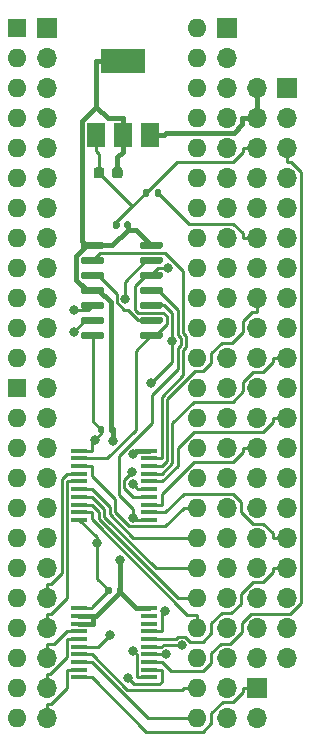
<source format=gbr>
%TF.GenerationSoftware,KiCad,Pcbnew,(5.1.8)-1*%
%TF.CreationDate,2021-02-07T10:27:01+01:00*%
%TF.ProjectId,deniseadapter,64656e69-7365-4616-9461-707465722e6b,rev?*%
%TF.SameCoordinates,Original*%
%TF.FileFunction,Copper,L1,Top*%
%TF.FilePolarity,Positive*%
%FSLAX46Y46*%
G04 Gerber Fmt 4.6, Leading zero omitted, Abs format (unit mm)*
G04 Created by KiCad (PCBNEW (5.1.8)-1) date 2021-02-07 10:27:01*
%MOMM*%
%LPD*%
G01*
G04 APERTURE LIST*
%TA.AperFunction,SMDPad,CuDef*%
%ADD10R,1.500000X2.000000*%
%TD*%
%TA.AperFunction,SMDPad,CuDef*%
%ADD11R,3.800000X2.000000*%
%TD*%
%TA.AperFunction,ComponentPad*%
%ADD12R,1.700000X1.700000*%
%TD*%
%TA.AperFunction,ComponentPad*%
%ADD13O,1.700000X1.700000*%
%TD*%
%TA.AperFunction,SMDPad,CuDef*%
%ADD14R,1.450000X0.450000*%
%TD*%
%TA.AperFunction,ComponentPad*%
%ADD15R,1.600000X1.600000*%
%TD*%
%TA.AperFunction,ComponentPad*%
%ADD16O,1.600000X1.600000*%
%TD*%
%TA.AperFunction,ViaPad*%
%ADD17C,0.800000*%
%TD*%
%TA.AperFunction,Conductor*%
%ADD18C,0.250000*%
%TD*%
%TA.AperFunction,Conductor*%
%ADD19C,0.400000*%
%TD*%
G04 APERTURE END LIST*
%TO.P,U1,14*%
%TO.N,+3V3*%
%TA.AperFunction,SMDPad,CuDef*%
G36*
G01*
X127230000Y-79525000D02*
X127230000Y-79225000D01*
G75*
G02*
X127380000Y-79075000I150000J0D01*
G01*
X129030000Y-79075000D01*
G75*
G02*
X129180000Y-79225000I0J-150000D01*
G01*
X129180000Y-79525000D01*
G75*
G02*
X129030000Y-79675000I-150000J0D01*
G01*
X127380000Y-79675000D01*
G75*
G02*
X127230000Y-79525000I0J150000D01*
G01*
G37*
%TD.AperFunction*%
%TO.P,U1,13*%
%TO.N,Net-(JP1-Pad2)*%
%TA.AperFunction,SMDPad,CuDef*%
G36*
G01*
X127230000Y-80795000D02*
X127230000Y-80495000D01*
G75*
G02*
X127380000Y-80345000I150000J0D01*
G01*
X129030000Y-80345000D01*
G75*
G02*
X129180000Y-80495000I0J-150000D01*
G01*
X129180000Y-80795000D01*
G75*
G02*
X129030000Y-80945000I-150000J0D01*
G01*
X127380000Y-80945000D01*
G75*
G02*
X127230000Y-80795000I0J150000D01*
G01*
G37*
%TD.AperFunction*%
%TO.P,U1,12*%
%TO.N,/PiCLK*%
%TA.AperFunction,SMDPad,CuDef*%
G36*
G01*
X127230000Y-82065000D02*
X127230000Y-81765000D01*
G75*
G02*
X127380000Y-81615000I150000J0D01*
G01*
X129030000Y-81615000D01*
G75*
G02*
X129180000Y-81765000I0J-150000D01*
G01*
X129180000Y-82065000D01*
G75*
G02*
X129030000Y-82215000I-150000J0D01*
G01*
X127380000Y-82215000D01*
G75*
G02*
X127230000Y-82065000I0J150000D01*
G01*
G37*
%TD.AperFunction*%
%TO.P,U1,11*%
%TO.N,Net-(U1-Pad11)*%
%TA.AperFunction,SMDPad,CuDef*%
G36*
G01*
X127230000Y-83335000D02*
X127230000Y-83035000D01*
G75*
G02*
X127380000Y-82885000I150000J0D01*
G01*
X129030000Y-82885000D01*
G75*
G02*
X129180000Y-83035000I0J-150000D01*
G01*
X129180000Y-83335000D01*
G75*
G02*
X129030000Y-83485000I-150000J0D01*
G01*
X127380000Y-83485000D01*
G75*
G02*
X127230000Y-83335000I0J150000D01*
G01*
G37*
%TD.AperFunction*%
%TO.P,U1,10*%
%TO.N,GND*%
%TA.AperFunction,SMDPad,CuDef*%
G36*
G01*
X127230000Y-84605000D02*
X127230000Y-84305000D01*
G75*
G02*
X127380000Y-84155000I150000J0D01*
G01*
X129030000Y-84155000D01*
G75*
G02*
X129180000Y-84305000I0J-150000D01*
G01*
X129180000Y-84605000D01*
G75*
G02*
X129030000Y-84755000I-150000J0D01*
G01*
X127380000Y-84755000D01*
G75*
G02*
X127230000Y-84605000I0J150000D01*
G01*
G37*
%TD.AperFunction*%
%TO.P,U1,9*%
%TO.N,Net-(U1-Pad3)*%
%TA.AperFunction,SMDPad,CuDef*%
G36*
G01*
X127230000Y-85875000D02*
X127230000Y-85575000D01*
G75*
G02*
X127380000Y-85425000I150000J0D01*
G01*
X129030000Y-85425000D01*
G75*
G02*
X129180000Y-85575000I0J-150000D01*
G01*
X129180000Y-85875000D01*
G75*
G02*
X129030000Y-86025000I-150000J0D01*
G01*
X127380000Y-86025000D01*
G75*
G02*
X127230000Y-85875000I0J150000D01*
G01*
G37*
%TD.AperFunction*%
%TO.P,U1,8*%
%TO.N,/PiCLK*%
%TA.AperFunction,SMDPad,CuDef*%
G36*
G01*
X127230000Y-87145000D02*
X127230000Y-86845000D01*
G75*
G02*
X127380000Y-86695000I150000J0D01*
G01*
X129030000Y-86695000D01*
G75*
G02*
X129180000Y-86845000I0J-150000D01*
G01*
X129180000Y-87145000D01*
G75*
G02*
X129030000Y-87295000I-150000J0D01*
G01*
X127380000Y-87295000D01*
G75*
G02*
X127230000Y-87145000I0J150000D01*
G01*
G37*
%TD.AperFunction*%
%TO.P,U1,7*%
%TO.N,GND*%
%TA.AperFunction,SMDPad,CuDef*%
G36*
G01*
X122280000Y-87145000D02*
X122280000Y-86845000D01*
G75*
G02*
X122430000Y-86695000I150000J0D01*
G01*
X124080000Y-86695000D01*
G75*
G02*
X124230000Y-86845000I0J-150000D01*
G01*
X124230000Y-87145000D01*
G75*
G02*
X124080000Y-87295000I-150000J0D01*
G01*
X122430000Y-87295000D01*
G75*
G02*
X122280000Y-87145000I0J150000D01*
G01*
G37*
%TD.AperFunction*%
%TO.P,U1,6*%
%TO.N,Net-(JP1-Pad3)*%
%TA.AperFunction,SMDPad,CuDef*%
G36*
G01*
X122280000Y-85875000D02*
X122280000Y-85575000D01*
G75*
G02*
X122430000Y-85425000I150000J0D01*
G01*
X124080000Y-85425000D01*
G75*
G02*
X124230000Y-85575000I0J-150000D01*
G01*
X124230000Y-85875000D01*
G75*
G02*
X124080000Y-86025000I-150000J0D01*
G01*
X122430000Y-86025000D01*
G75*
G02*
X122280000Y-85875000I0J150000D01*
G01*
G37*
%TD.AperFunction*%
%TO.P,U1,5*%
%TO.N,/7MHZ*%
%TA.AperFunction,SMDPad,CuDef*%
G36*
G01*
X122280000Y-84605000D02*
X122280000Y-84305000D01*
G75*
G02*
X122430000Y-84155000I150000J0D01*
G01*
X124080000Y-84155000D01*
G75*
G02*
X124230000Y-84305000I0J-150000D01*
G01*
X124230000Y-84605000D01*
G75*
G02*
X124080000Y-84755000I-150000J0D01*
G01*
X122430000Y-84755000D01*
G75*
G02*
X122280000Y-84605000I0J150000D01*
G01*
G37*
%TD.AperFunction*%
%TO.P,U1,4*%
%TO.N,+3V3*%
%TA.AperFunction,SMDPad,CuDef*%
G36*
G01*
X122280000Y-83335000D02*
X122280000Y-83035000D01*
G75*
G02*
X122430000Y-82885000I150000J0D01*
G01*
X124080000Y-82885000D01*
G75*
G02*
X124230000Y-83035000I0J-150000D01*
G01*
X124230000Y-83335000D01*
G75*
G02*
X124080000Y-83485000I-150000J0D01*
G01*
X122430000Y-83485000D01*
G75*
G02*
X122280000Y-83335000I0J150000D01*
G01*
G37*
%TD.AperFunction*%
%TO.P,U1,3*%
%TO.N,Net-(U1-Pad3)*%
%TA.AperFunction,SMDPad,CuDef*%
G36*
G01*
X122280000Y-82065000D02*
X122280000Y-81765000D01*
G75*
G02*
X122430000Y-81615000I150000J0D01*
G01*
X124080000Y-81615000D01*
G75*
G02*
X124230000Y-81765000I0J-150000D01*
G01*
X124230000Y-82065000D01*
G75*
G02*
X124080000Y-82215000I-150000J0D01*
G01*
X122430000Y-82215000D01*
G75*
G02*
X122280000Y-82065000I0J150000D01*
G01*
G37*
%TD.AperFunction*%
%TO.P,U1,2*%
%TO.N,Net-(U1-Pad2)*%
%TA.AperFunction,SMDPad,CuDef*%
G36*
G01*
X122280000Y-80795000D02*
X122280000Y-80495000D01*
G75*
G02*
X122430000Y-80345000I150000J0D01*
G01*
X124080000Y-80345000D01*
G75*
G02*
X124230000Y-80495000I0J-150000D01*
G01*
X124230000Y-80795000D01*
G75*
G02*
X124080000Y-80945000I-150000J0D01*
G01*
X122430000Y-80945000D01*
G75*
G02*
X122280000Y-80795000I0J150000D01*
G01*
G37*
%TD.AperFunction*%
%TO.P,U1,1*%
%TO.N,+3V3*%
%TA.AperFunction,SMDPad,CuDef*%
G36*
G01*
X122280000Y-79525000D02*
X122280000Y-79225000D01*
G75*
G02*
X122430000Y-79075000I150000J0D01*
G01*
X124080000Y-79075000D01*
G75*
G02*
X124230000Y-79225000I0J-150000D01*
G01*
X124230000Y-79525000D01*
G75*
G02*
X124080000Y-79675000I-150000J0D01*
G01*
X122430000Y-79675000D01*
G75*
G02*
X122280000Y-79525000I0J150000D01*
G01*
G37*
%TD.AperFunction*%
%TD*%
%TO.P,C3,2*%
%TO.N,GND*%
%TA.AperFunction,SMDPad,CuDef*%
G36*
G01*
X124895000Y-108415000D02*
X124895000Y-108755000D01*
G75*
G02*
X124755000Y-108895000I-140000J0D01*
G01*
X124475000Y-108895000D01*
G75*
G02*
X124335000Y-108755000I0J140000D01*
G01*
X124335000Y-108415000D01*
G75*
G02*
X124475000Y-108275000I140000J0D01*
G01*
X124755000Y-108275000D01*
G75*
G02*
X124895000Y-108415000I0J-140000D01*
G01*
G37*
%TD.AperFunction*%
%TO.P,C3,1*%
%TO.N,+3V3*%
%TA.AperFunction,SMDPad,CuDef*%
G36*
G01*
X125855000Y-108415000D02*
X125855000Y-108755000D01*
G75*
G02*
X125715000Y-108895000I-140000J0D01*
G01*
X125435000Y-108895000D01*
G75*
G02*
X125295000Y-108755000I0J140000D01*
G01*
X125295000Y-108415000D01*
G75*
G02*
X125435000Y-108275000I140000J0D01*
G01*
X125715000Y-108275000D01*
G75*
G02*
X125855000Y-108415000I0J-140000D01*
G01*
G37*
%TD.AperFunction*%
%TD*%
%TO.P,C2,2*%
%TO.N,GND*%
%TA.AperFunction,SMDPad,CuDef*%
G36*
G01*
X124260000Y-94826000D02*
X124260000Y-95166000D01*
G75*
G02*
X124120000Y-95306000I-140000J0D01*
G01*
X123840000Y-95306000D01*
G75*
G02*
X123700000Y-95166000I0J140000D01*
G01*
X123700000Y-94826000D01*
G75*
G02*
X123840000Y-94686000I140000J0D01*
G01*
X124120000Y-94686000D01*
G75*
G02*
X124260000Y-94826000I0J-140000D01*
G01*
G37*
%TD.AperFunction*%
%TO.P,C2,1*%
%TO.N,+3V3*%
%TA.AperFunction,SMDPad,CuDef*%
G36*
G01*
X125220000Y-94826000D02*
X125220000Y-95166000D01*
G75*
G02*
X125080000Y-95306000I-140000J0D01*
G01*
X124800000Y-95306000D01*
G75*
G02*
X124660000Y-95166000I0J140000D01*
G01*
X124660000Y-94826000D01*
G75*
G02*
X124800000Y-94686000I140000J0D01*
G01*
X125080000Y-94686000D01*
G75*
G02*
X125220000Y-94826000I0J-140000D01*
G01*
G37*
%TD.AperFunction*%
%TD*%
%TO.P,C1,2*%
%TO.N,GND*%
%TA.AperFunction,SMDPad,CuDef*%
G36*
G01*
X125533000Y-77490500D02*
X125533000Y-77830500D01*
G75*
G02*
X125393000Y-77970500I-140000J0D01*
G01*
X125113000Y-77970500D01*
G75*
G02*
X124973000Y-77830500I0J140000D01*
G01*
X124973000Y-77490500D01*
G75*
G02*
X125113000Y-77350500I140000J0D01*
G01*
X125393000Y-77350500D01*
G75*
G02*
X125533000Y-77490500I0J-140000D01*
G01*
G37*
%TD.AperFunction*%
%TO.P,C1,1*%
%TO.N,+3V3*%
%TA.AperFunction,SMDPad,CuDef*%
G36*
G01*
X126493000Y-77490500D02*
X126493000Y-77830500D01*
G75*
G02*
X126353000Y-77970500I-140000J0D01*
G01*
X126073000Y-77970500D01*
G75*
G02*
X125933000Y-77830500I0J140000D01*
G01*
X125933000Y-77490500D01*
G75*
G02*
X126073000Y-77350500I140000J0D01*
G01*
X126353000Y-77350500D01*
G75*
G02*
X126493000Y-77490500I0J-140000D01*
G01*
G37*
%TD.AperFunction*%
%TD*%
%TO.P,R1,2*%
%TO.N,GND*%
%TA.AperFunction,SMDPad,CuDef*%
G36*
G01*
X128030000Y-74745000D02*
X128030000Y-75115000D01*
G75*
G02*
X127895000Y-75250000I-135000J0D01*
G01*
X127625000Y-75250000D01*
G75*
G02*
X127490000Y-75115000I0J135000D01*
G01*
X127490000Y-74745000D01*
G75*
G02*
X127625000Y-74610000I135000J0D01*
G01*
X127895000Y-74610000D01*
G75*
G02*
X128030000Y-74745000I0J-135000D01*
G01*
G37*
%TD.AperFunction*%
%TO.P,R1,1*%
%TO.N,Net-(JRaspberryPiZero1-Pad12)*%
%TA.AperFunction,SMDPad,CuDef*%
G36*
G01*
X129050000Y-74745000D02*
X129050000Y-75115000D01*
G75*
G02*
X128915000Y-75250000I-135000J0D01*
G01*
X128645000Y-75250000D01*
G75*
G02*
X128510000Y-75115000I0J135000D01*
G01*
X128510000Y-74745000D01*
G75*
G02*
X128645000Y-74610000I135000J0D01*
G01*
X128915000Y-74610000D01*
G75*
G02*
X129050000Y-74745000I0J-135000D01*
G01*
G37*
%TD.AperFunction*%
%TD*%
%TO.P,C4,2*%
%TO.N,GND*%
%TA.AperFunction,SMDPad,CuDef*%
G36*
G01*
X124244000Y-72983300D02*
X124244000Y-73483300D01*
G75*
G02*
X124019000Y-73708300I-225000J0D01*
G01*
X123569000Y-73708300D01*
G75*
G02*
X123344000Y-73483300I0J225000D01*
G01*
X123344000Y-72983300D01*
G75*
G02*
X123569000Y-72758300I225000J0D01*
G01*
X124019000Y-72758300D01*
G75*
G02*
X124244000Y-72983300I0J-225000D01*
G01*
G37*
%TD.AperFunction*%
%TO.P,C4,1*%
%TO.N,+3V3*%
%TA.AperFunction,SMDPad,CuDef*%
G36*
G01*
X125794000Y-72983300D02*
X125794000Y-73483300D01*
G75*
G02*
X125569000Y-73708300I-225000J0D01*
G01*
X125119000Y-73708300D01*
G75*
G02*
X124894000Y-73483300I0J225000D01*
G01*
X124894000Y-72983300D01*
G75*
G02*
X125119000Y-72758300I225000J0D01*
G01*
X125569000Y-72758300D01*
G75*
G02*
X125794000Y-72983300I0J-225000D01*
G01*
G37*
%TD.AperFunction*%
%TD*%
D10*
%TO.P,U4,1*%
%TO.N,GND*%
X123539000Y-70033300D03*
%TO.P,U4,3*%
%TO.N,+5V*%
X128139000Y-70033300D03*
%TO.P,U4,2*%
%TO.N,+3V3*%
X125839000Y-70033300D03*
D11*
X125839000Y-63733300D03*
%TD*%
D12*
%TO.P,JMainBoard1,1*%
%TO.N,Net-(JDenise1-Pad1)*%
X119380000Y-60960000D03*
D13*
%TO.P,JMainBoard1,2*%
%TO.N,Net-(JDenise1-Pad2)*%
X119380000Y-63500000D03*
%TO.P,JMainBoard1,3*%
%TO.N,Net-(JDenise1-Pad3)*%
X119380000Y-66040000D03*
%TO.P,JMainBoard1,4*%
%TO.N,Net-(JDenise1-Pad4)*%
X119380000Y-68580000D03*
%TO.P,JMainBoard1,5*%
%TO.N,Net-(JDenise1-Pad5)*%
X119380000Y-71120000D03*
%TO.P,JMainBoard1,6*%
%TO.N,Net-(JDenise1-Pad6)*%
X119380000Y-73660000D03*
%TO.P,JMainBoard1,7*%
%TO.N,Net-(JDenise1-Pad7)*%
X119380000Y-76200000D03*
%TO.P,JMainBoard1,8*%
%TO.N,Net-(JDenise1-Pad8)*%
X119380000Y-78740000D03*
%TO.P,JMainBoard1,9*%
%TO.N,Net-(JDenise1-Pad9)*%
X119380000Y-81280000D03*
%TO.P,JMainBoard1,10*%
%TO.N,Net-(JDenise1-Pad10)*%
X119380000Y-83820000D03*
%TO.P,JMainBoard1,11*%
%TO.N,Net-(JDenise1-Pad11)*%
X119380000Y-86360000D03*
%TO.P,JMainBoard1,12*%
%TO.N,Net-(JDenise1-Pad12)*%
X119380000Y-88900000D03*
%TO.P,JMainBoard1,13*%
%TO.N,Net-(JDenise2-Pad1)*%
X119380000Y-91440000D03*
%TO.P,JMainBoard1,14*%
%TO.N,Net-(JDenise2-Pad2)*%
X119380000Y-93980000D03*
%TO.P,JMainBoard1,15*%
%TO.N,Net-(JDenise2-Pad3)*%
X119380000Y-96520000D03*
%TO.P,JMainBoard1,16*%
%TO.N,Net-(JDenise2-Pad4)*%
X119380000Y-99060000D03*
%TO.P,JMainBoard1,17*%
%TO.N,Net-(JDenise2-Pad5)*%
X119380000Y-101600000D03*
%TO.P,JMainBoard1,18*%
%TO.N,Net-(JDenise2-Pad6)*%
X119380000Y-104140000D03*
%TO.P,JMainBoard1,19*%
%TO.N,+5V*%
X119380000Y-106680000D03*
%TO.P,JMainBoard1,20*%
%TO.N,/R0*%
X119380000Y-109220000D03*
%TO.P,JMainBoard1,21*%
%TO.N,/R1*%
X119380000Y-111760000D03*
%TO.P,JMainBoard1,22*%
%TO.N,/R2*%
X119380000Y-114300000D03*
%TO.P,JMainBoard1,23*%
%TO.N,/R3*%
X119380000Y-116840000D03*
%TO.P,JMainBoard1,24*%
%TO.N,/B0*%
X119380000Y-119380000D03*
%TD*%
D14*
%TO.P,U2,20*%
%TO.N,+3V3*%
X128045000Y-96770000D03*
%TO.P,U2,19*%
%TO.N,Net-(U1-Pad2)*%
X128045000Y-97420000D03*
%TO.P,U2,18*%
%TO.N,/PiCSYNC*%
X128045000Y-98070000D03*
%TO.P,U2,17*%
%TO.N,/PiR0*%
X128045000Y-98720000D03*
%TO.P,U2,16*%
%TO.N,/PiR1*%
X128045000Y-99370000D03*
%TO.P,U2,15*%
%TO.N,/PiG3*%
X128045000Y-100020000D03*
%TO.P,U2,14*%
%TO.N,/PiG2*%
X128045000Y-100670000D03*
%TO.P,U2,13*%
%TO.N,/PiG1*%
X128045000Y-101320000D03*
%TO.P,U2,12*%
%TO.N,/PiG0*%
X128045000Y-101970000D03*
%TO.P,U2,11*%
%TO.N,Net-(U1-Pad11)*%
X128045000Y-102620000D03*
%TO.P,U2,10*%
%TO.N,GND*%
X122145000Y-102620000D03*
%TO.P,U2,9*%
%TO.N,/G0*%
X122145000Y-101970000D03*
%TO.P,U2,8*%
%TO.N,/G1*%
X122145000Y-101320000D03*
%TO.P,U2,7*%
%TO.N,/G2*%
X122145000Y-100670000D03*
%TO.P,U2,6*%
%TO.N,/G3*%
X122145000Y-100020000D03*
%TO.P,U2,5*%
%TO.N,/R1*%
X122145000Y-99370000D03*
%TO.P,U2,4*%
%TO.N,/R0*%
X122145000Y-98720000D03*
%TO.P,U2,3*%
%TO.N,/CSYNC*%
X122145000Y-98070000D03*
%TO.P,U2,2*%
%TO.N,/PiCLK*%
X122145000Y-97420000D03*
%TO.P,U2,1*%
%TO.N,GND*%
X122145000Y-96770000D03*
%TD*%
%TO.P,U3,1*%
%TO.N,GND*%
X122145000Y-110105000D03*
%TO.P,U3,2*%
%TO.N,+3V3*%
X122145000Y-110755000D03*
%TO.P,U3,3*%
X122145000Y-111405000D03*
%TO.P,U3,4*%
%TO.N,/R2*%
X122145000Y-112055000D03*
%TO.P,U3,5*%
%TO.N,/R3*%
X122145000Y-112705000D03*
%TO.P,U3,6*%
%TO.N,/B3*%
X122145000Y-113355000D03*
%TO.P,U3,7*%
%TO.N,/B2*%
X122145000Y-114005000D03*
%TO.P,U3,8*%
%TO.N,/B1*%
X122145000Y-114655000D03*
%TO.P,U3,9*%
%TO.N,/B0*%
X122145000Y-115305000D03*
%TO.P,U3,10*%
%TO.N,GND*%
X122145000Y-115955000D03*
%TO.P,U3,11*%
%TO.N,Net-(U1-Pad11)*%
X128045000Y-115955000D03*
%TO.P,U3,12*%
%TO.N,/PiB0*%
X128045000Y-115305000D03*
%TO.P,U3,13*%
%TO.N,/PiB1*%
X128045000Y-114655000D03*
%TO.P,U3,14*%
%TO.N,/PiB2*%
X128045000Y-114005000D03*
%TO.P,U3,15*%
%TO.N,/PiB3*%
X128045000Y-113355000D03*
%TO.P,U3,16*%
%TO.N,/PiR3*%
X128045000Y-112705000D03*
%TO.P,U3,17*%
%TO.N,/PiR2*%
X128045000Y-112055000D03*
%TO.P,U3,18*%
%TO.N,Net-(U3-Pad18)*%
X128045000Y-111405000D03*
%TO.P,U3,19*%
%TO.N,Net-(U3-Pad19)*%
X128045000Y-110755000D03*
%TO.P,U3,20*%
%TO.N,+3V3*%
X128045000Y-110105000D03*
%TD*%
D12*
%TO.P,JRaspberryPiZero1,1*%
%TO.N,Net-(JRaspberryPiZero1-Pad1)*%
X139700000Y-66040000D03*
D13*
%TO.P,JRaspberryPiZero1,2*%
%TO.N,+5V*%
X137160000Y-66040000D03*
%TO.P,JRaspberryPiZero1,3*%
%TO.N,/PiB0*%
X139700000Y-68580000D03*
%TO.P,JRaspberryPiZero1,4*%
%TO.N,+5V*%
X137160000Y-68580000D03*
%TO.P,JRaspberryPiZero1,5*%
%TO.N,/PiB1*%
X139700000Y-71120000D03*
%TO.P,JRaspberryPiZero1,6*%
%TO.N,GND*%
X137160000Y-71120000D03*
%TO.P,JRaspberryPiZero1,7*%
%TO.N,/PiB2*%
X139700000Y-73660000D03*
%TO.P,JRaspberryPiZero1,8*%
%TO.N,Net-(JRaspberryPiZero1-Pad8)*%
X137160000Y-73660000D03*
%TO.P,JRaspberryPiZero1,9*%
%TO.N,GND*%
X139700000Y-76200000D03*
%TO.P,JRaspberryPiZero1,10*%
%TO.N,Net-(JRaspberryPiZero1-Pad10)*%
X137160000Y-76200000D03*
%TO.P,JRaspberryPiZero1,11*%
%TO.N,/PiCLK*%
X139700000Y-78740000D03*
%TO.P,JRaspberryPiZero1,12*%
%TO.N,Net-(JRaspberryPiZero1-Pad12)*%
X137160000Y-78740000D03*
%TO.P,JRaspberryPiZero1,13*%
%TO.N,Net-(JRaspberryPiZero1-Pad13)*%
X139700000Y-81280000D03*
%TO.P,JRaspberryPiZero1,14*%
%TO.N,Net-(JRaspberryPiZero1-Pad14)*%
X137160000Y-81280000D03*
%TO.P,JRaspberryPiZero1,15*%
%TO.N,Net-(JRaspberryPiZero1-Pad15)*%
X139700000Y-83820000D03*
%TO.P,JRaspberryPiZero1,16*%
%TO.N,/PiCSYNC*%
X137160000Y-83820000D03*
%TO.P,JRaspberryPiZero1,17*%
%TO.N,Net-(JRaspberryPiZero1-Pad17)*%
X139700000Y-86360000D03*
%TO.P,JRaspberryPiZero1,18*%
%TO.N,Net-(JRaspberryPiZero1-Pad18)*%
X137160000Y-86360000D03*
%TO.P,JRaspberryPiZero1,19*%
%TO.N,/PiR0*%
X139700000Y-88900000D03*
%TO.P,JRaspberryPiZero1,20*%
%TO.N,Net-(JRaspberryPiZero1-Pad20)*%
X137160000Y-88900000D03*
%TO.P,JRaspberryPiZero1,21*%
%TO.N,/PiG3*%
X139700000Y-91440000D03*
%TO.P,JRaspberryPiZero1,22*%
%TO.N,Net-(JRaspberryPiZero1-Pad22)*%
X137160000Y-91440000D03*
%TO.P,JRaspberryPiZero1,23*%
%TO.N,/PiR1*%
X139700000Y-93980000D03*
%TO.P,JRaspberryPiZero1,24*%
%TO.N,/PiG2*%
X137160000Y-93980000D03*
%TO.P,JRaspberryPiZero1,25*%
%TO.N,Net-(JRaspberryPiZero1-Pad25)*%
X139700000Y-96520000D03*
%TO.P,JRaspberryPiZero1,26*%
%TO.N,/PiG1*%
X137160000Y-96520000D03*
%TO.P,JRaspberryPiZero1,27*%
%TO.N,Net-(JRaspberryPiZero1-Pad27)*%
X139700000Y-99060000D03*
%TO.P,JRaspberryPiZero1,28*%
%TO.N,Net-(JRaspberryPiZero1-Pad28)*%
X137160000Y-99060000D03*
%TO.P,JRaspberryPiZero1,29*%
%TO.N,/PiB3*%
X139700000Y-101600000D03*
%TO.P,JRaspberryPiZero1,30*%
%TO.N,Net-(JRaspberryPiZero1-Pad30)*%
X137160000Y-101600000D03*
%TO.P,JRaspberryPiZero1,31*%
%TO.N,/PiG0*%
X139700000Y-104140000D03*
%TO.P,JRaspberryPiZero1,32*%
%TO.N,/PiR2*%
X137160000Y-104140000D03*
%TO.P,JRaspberryPiZero1,33*%
%TO.N,/PiR3*%
X139700000Y-106680000D03*
%TO.P,JRaspberryPiZero1,34*%
%TO.N,Net-(JRaspberryPiZero1-Pad34)*%
X137160000Y-106680000D03*
%TO.P,JRaspberryPiZero1,35*%
%TO.N,Net-(JRaspberryPiZero1-Pad35)*%
X139700000Y-109220000D03*
%TO.P,JRaspberryPiZero1,36*%
%TO.N,Net-(JButton1-Pad2)*%
X137160000Y-109220000D03*
%TO.P,JRaspberryPiZero1,37*%
%TO.N,Net-(JRaspberryPiZero1-Pad37)*%
X139700000Y-111760000D03*
%TO.P,JRaspberryPiZero1,38*%
%TO.N,Net-(JRaspberryPiZero1-Pad38)*%
X137160000Y-111760000D03*
%TO.P,JRaspberryPiZero1,39*%
%TO.N,Net-(JRaspberryPiZero1-Pad39)*%
X139700000Y-114300000D03*
%TO.P,JRaspberryPiZero1,40*%
%TO.N,Net-(JRaspberryPiZero1-Pad40)*%
X137160000Y-114300000D03*
%TD*%
%TO.P,JMainBoard2,24*%
%TO.N,/B1*%
X134620000Y-119380000D03*
%TO.P,JMainBoard2,23*%
%TO.N,/B2*%
X134620000Y-116840000D03*
%TO.P,JMainBoard2,22*%
%TO.N,/B3*%
X134620000Y-114300000D03*
%TO.P,JMainBoard2,21*%
%TO.N,/G0*%
X134620000Y-111760000D03*
%TO.P,JMainBoard2,20*%
%TO.N,/G1*%
X134620000Y-109220000D03*
%TO.P,JMainBoard2,19*%
%TO.N,/G2*%
X134620000Y-106680000D03*
%TO.P,JMainBoard2,18*%
%TO.N,/G3*%
X134620000Y-104140000D03*
%TO.P,JMainBoard2,17*%
%TO.N,/CSYNC*%
X134620000Y-101600000D03*
%TO.P,JMainBoard2,16*%
%TO.N,Net-(JDenise2-Pad21)*%
X134620000Y-99060000D03*
%TO.P,JMainBoard2,15*%
%TO.N,/CDAC*%
X134620000Y-96520000D03*
%TO.P,JMainBoard2,14*%
%TO.N,/7MHZ*%
X134620000Y-93980000D03*
%TO.P,JMainBoard2,13*%
%TO.N,Net-(JDenise2-Pad24)*%
X134620000Y-91440000D03*
%TO.P,JMainBoard2,12*%
%TO.N,GND*%
X134620000Y-88900000D03*
%TO.P,JMainBoard2,11*%
%TO.N,Net-(JDenise1-Pad14)*%
X134620000Y-86360000D03*
%TO.P,JMainBoard2,10*%
%TO.N,Net-(JDenise1-Pad15)*%
X134620000Y-83820000D03*
%TO.P,JMainBoard2,9*%
%TO.N,Net-(JDenise1-Pad16)*%
X134620000Y-81280000D03*
%TO.P,JMainBoard2,8*%
%TO.N,Net-(JDenise1-Pad17)*%
X134620000Y-78740000D03*
%TO.P,JMainBoard2,7*%
%TO.N,Net-(JDenise1-Pad18)*%
X134620000Y-76200000D03*
%TO.P,JMainBoard2,6*%
%TO.N,Net-(JDenise1-Pad19)*%
X134620000Y-73660000D03*
%TO.P,JMainBoard2,5*%
%TO.N,Net-(JDenise1-Pad20)*%
X134620000Y-71120000D03*
%TO.P,JMainBoard2,4*%
%TO.N,Net-(JDenise1-Pad21)*%
X134620000Y-68580000D03*
%TO.P,JMainBoard2,3*%
%TO.N,Net-(JDenise1-Pad22)*%
X134620000Y-66040000D03*
%TO.P,JMainBoard2,2*%
%TO.N,Net-(JDenise1-Pad23)*%
X134620000Y-63500000D03*
D12*
%TO.P,JMainBoard2,1*%
%TO.N,Net-(JDenise1-Pad24)*%
X134620000Y-60960000D03*
%TD*%
D15*
%TO.P,JDenise1,1*%
%TO.N,Net-(JDenise1-Pad1)*%
X116840000Y-60960000D03*
D16*
%TO.P,JDenise1,13*%
%TO.N,GND*%
X132080000Y-88900000D03*
%TO.P,JDenise1,2*%
%TO.N,Net-(JDenise1-Pad2)*%
X116840000Y-63500000D03*
%TO.P,JDenise1,14*%
%TO.N,Net-(JDenise1-Pad14)*%
X132080000Y-86360000D03*
%TO.P,JDenise1,3*%
%TO.N,Net-(JDenise1-Pad3)*%
X116840000Y-66040000D03*
%TO.P,JDenise1,15*%
%TO.N,Net-(JDenise1-Pad15)*%
X132080000Y-83820000D03*
%TO.P,JDenise1,4*%
%TO.N,Net-(JDenise1-Pad4)*%
X116840000Y-68580000D03*
%TO.P,JDenise1,16*%
%TO.N,Net-(JDenise1-Pad16)*%
X132080000Y-81280000D03*
%TO.P,JDenise1,5*%
%TO.N,Net-(JDenise1-Pad5)*%
X116840000Y-71120000D03*
%TO.P,JDenise1,17*%
%TO.N,Net-(JDenise1-Pad17)*%
X132080000Y-78740000D03*
%TO.P,JDenise1,6*%
%TO.N,Net-(JDenise1-Pad6)*%
X116840000Y-73660000D03*
%TO.P,JDenise1,18*%
%TO.N,Net-(JDenise1-Pad18)*%
X132080000Y-76200000D03*
%TO.P,JDenise1,7*%
%TO.N,Net-(JDenise1-Pad7)*%
X116840000Y-76200000D03*
%TO.P,JDenise1,19*%
%TO.N,Net-(JDenise1-Pad19)*%
X132080000Y-73660000D03*
%TO.P,JDenise1,8*%
%TO.N,Net-(JDenise1-Pad8)*%
X116840000Y-78740000D03*
%TO.P,JDenise1,20*%
%TO.N,Net-(JDenise1-Pad20)*%
X132080000Y-71120000D03*
%TO.P,JDenise1,9*%
%TO.N,Net-(JDenise1-Pad9)*%
X116840000Y-81280000D03*
%TO.P,JDenise1,21*%
%TO.N,Net-(JDenise1-Pad21)*%
X132080000Y-68580000D03*
%TO.P,JDenise1,10*%
%TO.N,Net-(JDenise1-Pad10)*%
X116840000Y-83820000D03*
%TO.P,JDenise1,22*%
%TO.N,Net-(JDenise1-Pad22)*%
X132080000Y-66040000D03*
%TO.P,JDenise1,11*%
%TO.N,Net-(JDenise1-Pad11)*%
X116840000Y-86360000D03*
%TO.P,JDenise1,23*%
%TO.N,Net-(JDenise1-Pad23)*%
X132080000Y-63500000D03*
%TO.P,JDenise1,12*%
%TO.N,Net-(JDenise1-Pad12)*%
X116840000Y-88900000D03*
%TO.P,JDenise1,24*%
%TO.N,Net-(JDenise1-Pad24)*%
X132080000Y-60960000D03*
%TD*%
%TO.P,JDenise2,24*%
%TO.N,Net-(JDenise2-Pad24)*%
X132080000Y-91440000D03*
%TO.P,JDenise2,12*%
%TO.N,/B0*%
X116840000Y-119380000D03*
%TO.P,JDenise2,23*%
%TO.N,/7MHZ*%
X132080000Y-93980000D03*
%TO.P,JDenise2,11*%
%TO.N,/R3*%
X116840000Y-116840000D03*
%TO.P,JDenise2,22*%
%TO.N,/CDAC*%
X132080000Y-96520000D03*
%TO.P,JDenise2,10*%
%TO.N,/R2*%
X116840000Y-114300000D03*
%TO.P,JDenise2,21*%
%TO.N,Net-(JDenise2-Pad21)*%
X132080000Y-99060000D03*
%TO.P,JDenise2,9*%
%TO.N,/R1*%
X116840000Y-111760000D03*
%TO.P,JDenise2,20*%
%TO.N,/CSYNC*%
X132080000Y-101600000D03*
%TO.P,JDenise2,8*%
%TO.N,/R0*%
X116840000Y-109220000D03*
%TO.P,JDenise2,19*%
%TO.N,/G3*%
X132080000Y-104140000D03*
%TO.P,JDenise2,7*%
%TO.N,+5V*%
X116840000Y-106680000D03*
%TO.P,JDenise2,18*%
%TO.N,/G2*%
X132080000Y-106680000D03*
%TO.P,JDenise2,6*%
%TO.N,Net-(JDenise2-Pad6)*%
X116840000Y-104140000D03*
%TO.P,JDenise2,17*%
%TO.N,/G1*%
X132080000Y-109220000D03*
%TO.P,JDenise2,5*%
%TO.N,Net-(JDenise2-Pad5)*%
X116840000Y-101600000D03*
%TO.P,JDenise2,16*%
%TO.N,/G0*%
X132080000Y-111760000D03*
%TO.P,JDenise2,4*%
%TO.N,Net-(JDenise2-Pad4)*%
X116840000Y-99060000D03*
%TO.P,JDenise2,15*%
%TO.N,/B3*%
X132080000Y-114300000D03*
%TO.P,JDenise2,3*%
%TO.N,Net-(JDenise2-Pad3)*%
X116840000Y-96520000D03*
%TO.P,JDenise2,14*%
%TO.N,/B2*%
X132080000Y-116840000D03*
%TO.P,JDenise2,2*%
%TO.N,Net-(JDenise2-Pad2)*%
X116840000Y-93980000D03*
%TO.P,JDenise2,13*%
%TO.N,/B1*%
X132080000Y-119380000D03*
D15*
%TO.P,JDenise2,1*%
%TO.N,Net-(JDenise2-Pad1)*%
X116840000Y-91440000D03*
%TD*%
D13*
%TO.P,JButton1,2*%
%TO.N,Net-(JButton1-Pad2)*%
X137160000Y-119380000D03*
D12*
%TO.P,JButton1,1*%
%TO.N,GND*%
X137160000Y-116840000D03*
%TD*%
D17*
%TO.N,GND*%
X129975500Y-87511300D03*
X128217300Y-91034700D03*
X123620000Y-104549800D03*
X123453300Y-95826600D03*
%TO.N,+3V3*%
X125575000Y-106016700D03*
X126701400Y-97031000D03*
X124940000Y-95921400D03*
%TO.N,/B3*%
X124687400Y-112375700D03*
%TO.N,/PiCLK*%
X129636500Y-81295900D03*
%TO.N,/PiR2*%
X129376600Y-110305100D03*
%TO.N,/PiG3*%
X126705300Y-99593400D03*
%TO.N,/PiG2*%
X126627300Y-98583500D03*
%TO.N,/PiB3*%
X130813300Y-113233400D03*
%TO.N,/PiB2*%
X129510900Y-114005000D03*
%TO.N,/PiB0*%
X126248800Y-115994400D03*
%TO.N,Net-(U1-Pad11)*%
X126675200Y-102447700D03*
X126689100Y-113693700D03*
%TO.N,/7MHZ*%
X121677900Y-84831400D03*
%TO.N,Net-(JP1-Pad3)*%
X121654000Y-86682600D03*
%TO.N,Net-(JP1-Pad2)*%
X126021700Y-83892800D03*
%TD*%
D18*
%TO.N,GND*%
X122145000Y-115955000D02*
X123195300Y-115955000D01*
X137160000Y-116840000D02*
X135984700Y-116840000D01*
X135984700Y-116840000D02*
X135984700Y-117207400D01*
X135984700Y-117207400D02*
X135176800Y-118015300D01*
X135176800Y-118015300D02*
X134264300Y-118015300D01*
X134264300Y-118015300D02*
X133314700Y-118964900D01*
X133314700Y-118964900D02*
X133314700Y-119801900D01*
X133314700Y-119801900D02*
X132567300Y-120549300D01*
X132567300Y-120549300D02*
X127789600Y-120549300D01*
X127789600Y-120549300D02*
X123195300Y-115955000D01*
X122145000Y-110105000D02*
X123195300Y-110105000D01*
X123195300Y-110105000D02*
X123195300Y-110004700D01*
X123195300Y-110004700D02*
X124615000Y-108585000D01*
X123620000Y-104549800D02*
X123620000Y-107590000D01*
X123620000Y-107590000D02*
X124615000Y-108585000D01*
X122145000Y-102620000D02*
X123620000Y-104095000D01*
X123620000Y-104095000D02*
X123620000Y-104549800D01*
X126625400Y-76064600D02*
X125253000Y-77437000D01*
X125253000Y-77437000D02*
X125253000Y-77660500D01*
X127760000Y-74930000D02*
X126625400Y-76064600D01*
X123794000Y-73233300D02*
X126625400Y-76064600D01*
X123539000Y-71358600D02*
X123794000Y-71613600D01*
X123794000Y-71613600D02*
X123794000Y-73233300D01*
X135984700Y-71120000D02*
X135984700Y-71487400D01*
X135984700Y-71487400D02*
X135176800Y-72295300D01*
X135176800Y-72295300D02*
X130394700Y-72295300D01*
X130394700Y-72295300D02*
X127760000Y-74930000D01*
X129975500Y-87511300D02*
X129975500Y-85125200D01*
X129975500Y-85125200D02*
X129305300Y-84455000D01*
X129305300Y-84455000D02*
X128205000Y-84455000D01*
X128217300Y-91034700D02*
X129975500Y-89276500D01*
X129975500Y-89276500D02*
X129975500Y-87511300D01*
X122145000Y-96770000D02*
X123195300Y-96770000D01*
X123195300Y-96770000D02*
X123195300Y-96084600D01*
X123195300Y-96084600D02*
X123453300Y-95826600D01*
X123980000Y-94996000D02*
X123980000Y-95299900D01*
X123980000Y-95299900D02*
X123453300Y-95826600D01*
X123255000Y-86995000D02*
X123255000Y-94271000D01*
X123255000Y-94271000D02*
X123980000Y-94996000D01*
X137160000Y-71120000D02*
X135984700Y-71120000D01*
X123539000Y-70033300D02*
X123539000Y-71358600D01*
D19*
%TO.N,+3V3*%
X126701400Y-97031000D02*
X126919700Y-96812700D01*
X126919700Y-96812700D02*
X126919700Y-96770000D01*
X125575000Y-108585000D02*
X125575000Y-106016700D01*
X125572400Y-108757600D02*
X125575000Y-108755000D01*
X125575000Y-108755000D02*
X125575000Y-108585000D01*
X128045000Y-96770000D02*
X126919700Y-96770000D01*
X123255000Y-83185000D02*
X123742000Y-83185000D01*
X123742000Y-83185000D02*
X124771100Y-84214100D01*
X124771100Y-84214100D02*
X124771100Y-94827100D01*
X124771100Y-94827100D02*
X124940000Y-94996000D01*
X124940000Y-94996000D02*
X124940000Y-95921400D01*
X125839000Y-70033300D02*
X125839000Y-68633000D01*
X123560600Y-67668200D02*
X122383400Y-68845400D01*
X122383400Y-68845400D02*
X122383400Y-78997100D01*
X122383400Y-78997100D02*
X122761300Y-79375000D01*
X123538700Y-63733300D02*
X123538700Y-67646300D01*
X123538700Y-67646300D02*
X123560600Y-67668200D01*
X123560600Y-67668200D02*
X124525400Y-68633000D01*
X124525400Y-68633000D02*
X125839000Y-68633000D01*
X122761300Y-79375000D02*
X123255000Y-79375000D01*
X123255000Y-83185000D02*
X122759900Y-83185000D01*
X122759900Y-83185000D02*
X121844400Y-82269500D01*
X121844400Y-82269500D02*
X121844400Y-80291900D01*
X121844400Y-80291900D02*
X122761300Y-79375000D01*
X125839000Y-63733300D02*
X123538700Y-63733300D01*
X123270300Y-110755000D02*
X123575000Y-110755000D01*
X123575000Y-110755000D02*
X125572400Y-108757600D01*
X126919700Y-110105000D02*
X125572400Y-108757600D01*
X128045000Y-110105000D02*
X126919700Y-110105000D01*
X126213000Y-78097200D02*
X126927200Y-78097200D01*
X126927200Y-78097200D02*
X128205000Y-79375000D01*
X123255000Y-79375000D02*
X124935200Y-79375000D01*
X124935200Y-79375000D02*
X126213000Y-78097200D01*
X126213000Y-78097200D02*
X126213000Y-77660500D01*
X122145000Y-110755000D02*
X123270300Y-110755000D01*
X123270300Y-111405000D02*
X123270300Y-110755000D01*
X122145000Y-111405000D02*
X123270300Y-111405000D01*
X125839000Y-71433600D02*
X125344000Y-71928600D01*
X125344000Y-71928600D02*
X125344000Y-73233300D01*
X125839000Y-70033300D02*
X125839000Y-71433600D01*
D18*
%TO.N,/B0*%
X122145000Y-115305000D02*
X121094700Y-115305000D01*
X119380000Y-119380000D02*
X119380000Y-118204700D01*
X119380000Y-118204700D02*
X119747400Y-118204700D01*
X119747400Y-118204700D02*
X121094700Y-116857400D01*
X121094700Y-116857400D02*
X121094700Y-115305000D01*
%TO.N,/R3*%
X122145000Y-112705000D02*
X121094700Y-112705000D01*
X119380000Y-116840000D02*
X119380000Y-115664700D01*
X119380000Y-115664700D02*
X119681600Y-115664700D01*
X119681600Y-115664700D02*
X121094700Y-114251600D01*
X121094700Y-114251600D02*
X121094700Y-112705000D01*
%TO.N,/R2*%
X122145000Y-112055000D02*
X121094700Y-112055000D01*
X119380000Y-114300000D02*
X119380000Y-113124700D01*
X119380000Y-113124700D02*
X120025000Y-113124700D01*
X120025000Y-113124700D02*
X121094700Y-112055000D01*
%TO.N,/R1*%
X121094700Y-99370000D02*
X121094700Y-109237400D01*
X121094700Y-109237400D02*
X119747400Y-110584700D01*
X119747400Y-110584700D02*
X119380000Y-110584700D01*
X122145000Y-99370000D02*
X121094700Y-99370000D01*
X119380000Y-111760000D02*
X119380000Y-110584700D01*
%TO.N,/R0*%
X121094700Y-98720000D02*
X120644400Y-99170300D01*
X120644400Y-99170300D02*
X120644400Y-107147700D01*
X120644400Y-107147700D02*
X119747400Y-108044700D01*
X119747400Y-108044700D02*
X119380000Y-108044700D01*
X122145000Y-98720000D02*
X121094700Y-98720000D01*
X119380000Y-109220000D02*
X119380000Y-108044700D01*
D19*
%TO.N,+5V*%
X128139000Y-70033300D02*
X129289300Y-70033300D01*
X137160000Y-68580000D02*
X135909700Y-68580000D01*
X135909700Y-68580000D02*
X135909700Y-69127100D01*
X135909700Y-69127100D02*
X135206500Y-69830300D01*
X135206500Y-69830300D02*
X129492300Y-69830300D01*
X129492300Y-69830300D02*
X129289300Y-70033300D01*
X137160000Y-66040000D02*
X137160000Y-68580000D01*
D18*
%TO.N,/CSYNC*%
X123195300Y-98070000D02*
X123195300Y-98873000D01*
X123195300Y-98873000D02*
X125146300Y-100824000D01*
X125146300Y-100824000D02*
X125146300Y-101970900D01*
X125146300Y-101970900D02*
X126353700Y-103178300D01*
X126353700Y-103178300D02*
X129376400Y-103178300D01*
X129376400Y-103178300D02*
X130954700Y-101600000D01*
X122145000Y-98070000D02*
X123195300Y-98070000D01*
X132080000Y-101600000D02*
X130954700Y-101600000D01*
%TO.N,/G3*%
X123195300Y-100020000D02*
X124687400Y-101512100D01*
X124687400Y-101512100D02*
X124687400Y-102148900D01*
X124687400Y-102148900D02*
X126678500Y-104140000D01*
X126678500Y-104140000D02*
X130954700Y-104140000D01*
X122145000Y-100020000D02*
X123195300Y-100020000D01*
X132080000Y-104140000D02*
X130954700Y-104140000D01*
%TO.N,/G2*%
X122145000Y-100670000D02*
X123203700Y-100670000D01*
X123203700Y-100670000D02*
X124237100Y-101703400D01*
X124237100Y-101703400D02*
X124237100Y-102335500D01*
X124237100Y-102335500D02*
X128581600Y-106680000D01*
X128581600Y-106680000D02*
X130954700Y-106680000D01*
X132080000Y-106680000D02*
X130954700Y-106680000D01*
%TO.N,/G1*%
X123195300Y-101320000D02*
X123786800Y-101911500D01*
X123786800Y-101911500D02*
X123786800Y-102522100D01*
X123786800Y-102522100D02*
X130484700Y-109220000D01*
X130484700Y-109220000D02*
X130954700Y-109220000D01*
X122145000Y-101320000D02*
X123195300Y-101320000D01*
X132080000Y-109220000D02*
X130954700Y-109220000D01*
%TO.N,/G0*%
X123195300Y-101970000D02*
X123195300Y-102567500D01*
X123195300Y-102567500D02*
X131262500Y-110634700D01*
X131262500Y-110634700D02*
X132080000Y-110634700D01*
X122145000Y-101970000D02*
X123195300Y-101970000D01*
X132080000Y-111760000D02*
X132080000Y-110634700D01*
%TO.N,/B3*%
X124687400Y-112375700D02*
X123708100Y-113355000D01*
X123708100Y-113355000D02*
X122145000Y-113355000D01*
%TO.N,/B2*%
X122145000Y-114005000D02*
X123195300Y-114005000D01*
X123195300Y-114005000D02*
X126186300Y-116996000D01*
X126186300Y-116996000D02*
X130798700Y-116996000D01*
X130798700Y-116996000D02*
X130954700Y-116840000D01*
X132080000Y-116840000D02*
X130954700Y-116840000D01*
%TO.N,/B1*%
X132080000Y-119380000D02*
X127920300Y-119380000D01*
X127920300Y-119380000D02*
X123195300Y-114655000D01*
X122145000Y-114655000D02*
X123195300Y-114655000D01*
%TO.N,/PiCLK*%
X128205000Y-86995000D02*
X126891600Y-88308400D01*
X126891600Y-88308400D02*
X126891600Y-95006200D01*
X126891600Y-95006200D02*
X124477800Y-97420000D01*
X124477800Y-97420000D02*
X122145000Y-97420000D01*
X128205000Y-86995000D02*
X128585400Y-86995000D01*
X128585400Y-86995000D02*
X129523000Y-86057400D01*
X129523000Y-86057400D02*
X129523000Y-85371400D01*
X129523000Y-85371400D02*
X129241600Y-85090000D01*
X129241600Y-85090000D02*
X127127300Y-85090000D01*
X127127300Y-85090000D02*
X126877100Y-84839800D01*
X126877100Y-84839800D02*
X126877100Y-82838500D01*
X126877100Y-82838500D02*
X127800600Y-81915000D01*
X127800600Y-81915000D02*
X128205000Y-81915000D01*
X129636500Y-81295900D02*
X128824100Y-81295900D01*
X128824100Y-81295900D02*
X128205000Y-81915000D01*
%TO.N,/PiCSYNC*%
X129095300Y-98070000D02*
X129545600Y-97619700D01*
X129545600Y-97619700D02*
X129545600Y-92382800D01*
X129545600Y-92382800D02*
X131903000Y-90025400D01*
X131903000Y-90025400D02*
X132631500Y-90025400D01*
X132631500Y-90025400D02*
X133314700Y-89342200D01*
X133314700Y-89342200D02*
X133314700Y-88484900D01*
X133314700Y-88484900D02*
X134169600Y-87630000D01*
X134169600Y-87630000D02*
X135051000Y-87630000D01*
X135051000Y-87630000D02*
X135984700Y-86696300D01*
X135984700Y-86696300D02*
X135984700Y-85803200D01*
X135984700Y-85803200D02*
X136792600Y-84995300D01*
X136792600Y-84995300D02*
X137160000Y-84995300D01*
X128045000Y-98070000D02*
X129095300Y-98070000D01*
X137160000Y-83820000D02*
X137160000Y-84995300D01*
%TO.N,/PiR3*%
X138524700Y-106680000D02*
X138524700Y-107047400D01*
X138524700Y-107047400D02*
X137716800Y-107855300D01*
X137716800Y-107855300D02*
X136860000Y-107855300D01*
X136860000Y-107855300D02*
X135795600Y-108919700D01*
X135795600Y-108919700D02*
X135795600Y-109708600D01*
X135795600Y-109708600D02*
X135014200Y-110490000D01*
X135014200Y-110490000D02*
X134169600Y-110490000D01*
X134169600Y-110490000D02*
X133314700Y-111344900D01*
X133314700Y-111344900D02*
X133314700Y-112211500D01*
X133314700Y-112211500D02*
X132588800Y-112937400D01*
X132588800Y-112937400D02*
X131543100Y-112937400D01*
X131543100Y-112937400D02*
X131113800Y-112508100D01*
X131113800Y-112508100D02*
X130512900Y-112508100D01*
X130512900Y-112508100D02*
X130316000Y-112705000D01*
X130316000Y-112705000D02*
X128045000Y-112705000D01*
X139700000Y-106680000D02*
X138524700Y-106680000D01*
%TO.N,/PiR2*%
X128045000Y-112055000D02*
X129095300Y-112055000D01*
X129095300Y-112055000D02*
X129095300Y-110586400D01*
X129095300Y-110586400D02*
X129376600Y-110305100D01*
%TO.N,/PiR1*%
X129095300Y-99370000D02*
X130446200Y-98019100D01*
X130446200Y-98019100D02*
X130446200Y-96517300D01*
X130446200Y-96517300D02*
X131808200Y-95155300D01*
X131808200Y-95155300D02*
X137716800Y-95155300D01*
X137716800Y-95155300D02*
X138524700Y-94347400D01*
X138524700Y-94347400D02*
X138524700Y-93980000D01*
X139700000Y-93980000D02*
X138524700Y-93980000D01*
X128045000Y-99370000D02*
X129095300Y-99370000D01*
%TO.N,/PiR0*%
X129095300Y-98720000D02*
X129995900Y-97819400D01*
X129995900Y-97819400D02*
X129995900Y-94441000D01*
X129995900Y-94441000D02*
X131821600Y-92615300D01*
X131821600Y-92615300D02*
X135109000Y-92615300D01*
X135109000Y-92615300D02*
X135984600Y-91739700D01*
X135984600Y-91739700D02*
X135984600Y-90914400D01*
X135984600Y-90914400D02*
X136823700Y-90075300D01*
X136823700Y-90075300D02*
X137716800Y-90075300D01*
X137716800Y-90075300D02*
X138524700Y-89267400D01*
X138524700Y-89267400D02*
X138524700Y-88900000D01*
X139700000Y-88900000D02*
X138524700Y-88900000D01*
X128045000Y-98720000D02*
X129095300Y-98720000D01*
%TO.N,/PiG3*%
X126994700Y-100020000D02*
X126994700Y-99882800D01*
X126994700Y-99882800D02*
X126705300Y-99593400D01*
X128045000Y-100020000D02*
X126994700Y-100020000D01*
%TO.N,/PiG2*%
X126627300Y-98583500D02*
X125941400Y-99269400D01*
X125941400Y-99269400D02*
X125941400Y-99907400D01*
X125941400Y-99907400D02*
X126704000Y-100670000D01*
X126704000Y-100670000D02*
X128045000Y-100670000D01*
%TO.N,/PiG1*%
X128045000Y-101320000D02*
X129095300Y-101320000D01*
X137160000Y-96520000D02*
X135984700Y-96520000D01*
X135984700Y-96520000D02*
X135984700Y-96887400D01*
X135984700Y-96887400D02*
X135176800Y-97695300D01*
X135176800Y-97695300D02*
X131803300Y-97695300D01*
X131803300Y-97695300D02*
X129095300Y-100403300D01*
X129095300Y-100403300D02*
X129095300Y-101320000D01*
%TO.N,/PiG0*%
X128045000Y-101970000D02*
X129398900Y-101970000D01*
X129398900Y-101970000D02*
X130968600Y-100400300D01*
X130968600Y-100400300D02*
X135121300Y-100400300D01*
X135121300Y-100400300D02*
X135795400Y-101074400D01*
X135795400Y-101074400D02*
X135795400Y-101936400D01*
X135795400Y-101936400D02*
X136823700Y-102964700D01*
X136823700Y-102964700D02*
X137716800Y-102964700D01*
X137716800Y-102964700D02*
X138524700Y-103772600D01*
X138524700Y-103772600D02*
X138524700Y-104140000D01*
X139700000Y-104140000D02*
X138524700Y-104140000D01*
%TO.N,/PiB3*%
X130813300Y-113233400D02*
X129216900Y-113233400D01*
X129216900Y-113233400D02*
X129095300Y-113355000D01*
X128045000Y-113355000D02*
X129095300Y-113355000D01*
%TO.N,/PiB2*%
X129095300Y-114005000D02*
X129510900Y-114005000D01*
X128045000Y-114005000D02*
X129095300Y-114005000D01*
%TO.N,/PiB1*%
X139700000Y-71120000D02*
X139700000Y-72295300D01*
X139700000Y-72295300D02*
X140067300Y-72295300D01*
X140067300Y-72295300D02*
X140902500Y-73130500D01*
X140902500Y-73130500D02*
X140902500Y-109681300D01*
X140902500Y-109681300D02*
X139999200Y-110584600D01*
X139999200Y-110584600D02*
X136634400Y-110584600D01*
X136634400Y-110584600D02*
X135890000Y-111329000D01*
X135890000Y-111329000D02*
X135890000Y-112154800D01*
X135890000Y-112154800D02*
X134920200Y-113124600D01*
X134920200Y-113124600D02*
X134090100Y-113124600D01*
X134090100Y-113124600D02*
X133300000Y-113914700D01*
X133300000Y-113914700D02*
X133300000Y-114729300D01*
X133300000Y-114729300D02*
X132571400Y-115457900D01*
X132571400Y-115457900D02*
X129901300Y-115457900D01*
X129901300Y-115457900D02*
X129098400Y-114655000D01*
X129098400Y-114655000D02*
X128045000Y-114655000D01*
%TO.N,/PiB0*%
X129095300Y-115305000D02*
X129095300Y-116356500D01*
X129095300Y-116356500D02*
X128913800Y-116538000D01*
X128913800Y-116538000D02*
X126792400Y-116538000D01*
X126792400Y-116538000D02*
X126248800Y-115994400D01*
X128045000Y-115305000D02*
X129095300Y-115305000D01*
%TO.N,Net-(JRaspberryPiZero1-Pad12)*%
X137160000Y-78740000D02*
X135984700Y-78740000D01*
X135984700Y-78740000D02*
X135984700Y-78372600D01*
X135984700Y-78372600D02*
X135176800Y-77564700D01*
X135176800Y-77564700D02*
X131414700Y-77564700D01*
X131414700Y-77564700D02*
X128780000Y-74930000D01*
%TO.N,Net-(U1-Pad11)*%
X128205000Y-83185000D02*
X128757000Y-83185000D01*
X128757000Y-83185000D02*
X130462800Y-84890800D01*
X130462800Y-84890800D02*
X130462800Y-86972800D01*
X130462800Y-86972800D02*
X130700800Y-87210800D01*
X130700800Y-87210800D02*
X130700800Y-87811800D01*
X130700800Y-87811800D02*
X130462800Y-88049800D01*
X130462800Y-88049800D02*
X130462800Y-89815000D01*
X130462800Y-89815000D02*
X128249600Y-92028200D01*
X128249600Y-92028200D02*
X128249600Y-94457100D01*
X128249600Y-94457100D02*
X125491100Y-97215600D01*
X125491100Y-97215600D02*
X125491100Y-100531900D01*
X125491100Y-100531900D02*
X126675200Y-101716000D01*
X126675200Y-101716000D02*
X126675200Y-102447700D01*
X126994700Y-102620000D02*
X126822400Y-102447700D01*
X126822400Y-102447700D02*
X126675200Y-102447700D01*
X126994700Y-115955000D02*
X126994700Y-113999300D01*
X126994700Y-113999300D02*
X126689100Y-113693700D01*
X128045000Y-115955000D02*
X126994700Y-115955000D01*
X128045000Y-102620000D02*
X126994700Y-102620000D01*
%TO.N,Net-(U1-Pad2)*%
X129095300Y-97420000D02*
X129095300Y-92196200D01*
X129095300Y-92196200D02*
X130913100Y-90378400D01*
X130913100Y-90378400D02*
X130913100Y-88236400D01*
X130913100Y-88236400D02*
X131151100Y-87998400D01*
X131151100Y-87998400D02*
X131151100Y-87024200D01*
X131151100Y-87024200D02*
X130913100Y-86786200D01*
X130913100Y-86786200D02*
X130913100Y-81532700D01*
X130913100Y-81532700D02*
X129390400Y-80010000D01*
X129390400Y-80010000D02*
X123890000Y-80010000D01*
X123890000Y-80010000D02*
X123255000Y-80645000D01*
X128045000Y-97420000D02*
X129095300Y-97420000D01*
%TO.N,/7MHZ*%
X121677900Y-84831400D02*
X122878600Y-84831400D01*
X122878600Y-84831400D02*
X123255000Y-84455000D01*
%TO.N,Net-(JP1-Pad3)*%
X121654000Y-86682600D02*
X122611600Y-85725000D01*
X122611600Y-85725000D02*
X123255000Y-85725000D01*
%TO.N,Net-(JP1-Pad2)*%
X126021700Y-83892800D02*
X126021700Y-82438300D01*
X126021700Y-82438300D02*
X127815000Y-80645000D01*
X127815000Y-80645000D02*
X128205000Y-80645000D01*
%TO.N,Net-(U1-Pad3)*%
X123255000Y-81915000D02*
X123710200Y-81915000D01*
X123710200Y-81915000D02*
X125296400Y-83501200D01*
X125296400Y-83501200D02*
X125296400Y-84193200D01*
X125296400Y-84193200D02*
X125947800Y-84844600D01*
X125947800Y-84844600D02*
X126245100Y-84844600D01*
X126245100Y-84844600D02*
X126245100Y-84844700D01*
X126245100Y-84844700D02*
X127125400Y-85725000D01*
X127125400Y-85725000D02*
X128205000Y-85725000D01*
%TD*%
M02*

</source>
